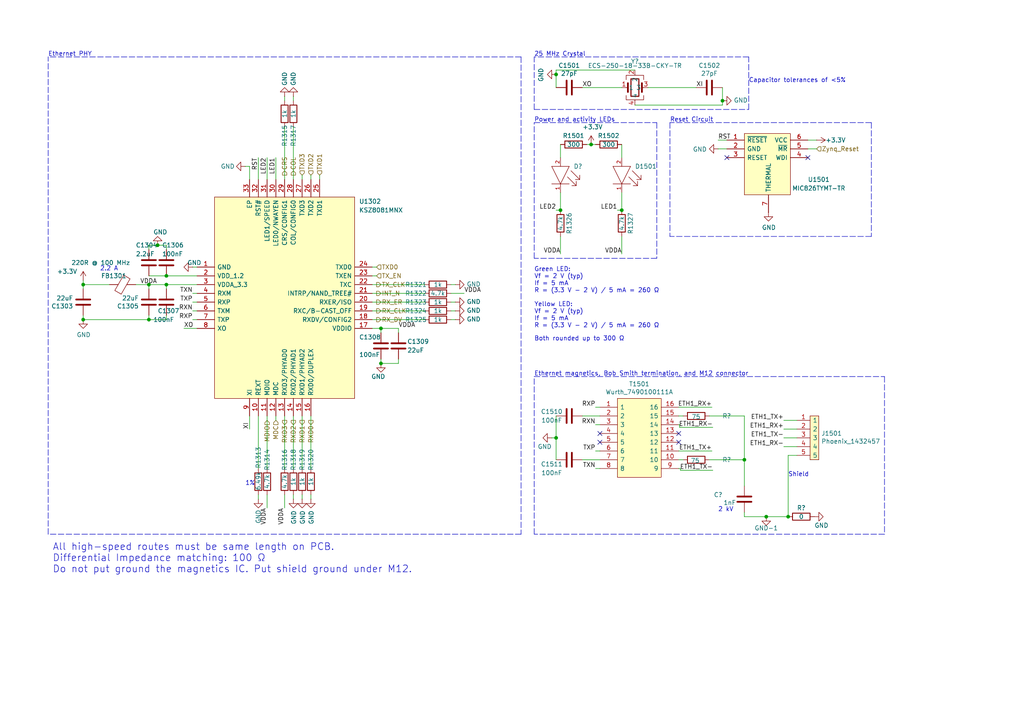
<source format=kicad_sch>
(kicad_sch (version 20231120) (generator "eeschema") (generator_version "8.0")
  (paper "A4")
  (title_block (title "Zynq-Based Master Controller") (date "2020-10-14") (rev "1.0") (company "JFH & SRM"))
  (lib_symbols
    (symbol "Device:C" (pin_numbers hide) (pin_names (offset 0.254))
      (property "Reference" "C" (at 0.635 2.54 0))
      (property "Value" "C" (at 0.635 -2.54 0))
      (symbol "C_0_1"
        (polyline (pts (xy -2.032 -0.762) (xy 2.032 -0.762)) (stroke (width 0.508)))
        (polyline (pts (xy -2.032 0.762) (xy 2.032 0.762)) (stroke (width 0.508)))
      )
      (symbol "C_1_1"
        (pin passive line (at 0 3.81 270) (length 2.794) (name "~") (number "1"))
        (pin passive line (at 0 -3.81 90) (length 2.794) (name "~") (number "2"))
      )
    )
    (symbol "Device:FerriteBead" (pin_numbers hide) (pin_names (offset 0))
      (property "Reference" "FB" (at -3.81 0.635 90))
      (property "Value" "FerriteBead" (at 3.81 0 90))
      (symbol "FerriteBead_0_1"
        (polyline (pts (xy 0 -1.27) (xy 0 -1.2192)))
        (polyline (pts (xy 0 1.27) (xy 0 1.2954)))
        (polyline (pts (xy -2.7686 0.4064) (xy -1.7018 2.2606) (xy 2.7686 -0.3048) (xy 1.6764 -2.159) (xy -2.7686 0.4064)))
      )
      (symbol "FerriteBead_1_1"
        (pin passive line (at 0 3.81 270) (length 2.54) (name "~") (number "1"))
        (pin passive line (at 0 -3.81 90) (length 2.54) (name "~") (number "2"))
      )
    )
    (symbol "Device:R" (pin_numbers hide) (pin_names (offset 0))
      (property "Reference" "R" (at 2.032 0 90))
      (property "Value" "R" (at 0 0 90))
      (symbol "R_0_1"
        (rectangle (start -1.016 -2.54) (end 1.016 2.54) (stroke (width 0.254)))
      )
      (symbol "R_1_1"
        (pin passive line (at 0 3.81 270) (length 1.27) (name "~") (number "1"))
        (pin passive line (at 0 -3.81 90) (length 1.27) (name "~") (number "2"))
      )
    )
    (symbol "Vikings_actives:ECS-250-18-33B-CKY-TR" (pin_names (offset 0.762))
      (property "Reference" "Y" (at 11.43 8.89 0))
      (property "Value" "ECS-250-18-33B-CKY-TR" (at 11.43 6.35 0))
      (symbol "ECS-250-18-33B-CKY-TR_1_1"
        (rectangle (start -1.143 2.54) (end 1.143 -2.54) (stroke (width 0.3048)))
        (polyline (pts (xy -2.54 0) (xy -2.032 0)))
        (polyline (pts (xy -2.032 -1.27) (xy -2.032 1.27)) (stroke (width 0.508)))
        (polyline (pts (xy 0 -3.81) (xy 0 -3.556)))
        (polyline (pts (xy 0 3.556) (xy 0 3.81)))
        (polyline (pts (xy 2.032 -1.27) (xy 2.032 1.27)) (stroke (width 0.508)))
        (polyline (pts (xy 2.032 0) (xy 2.54 0)))
        (polyline (pts (xy -2.54 -2.286) (xy -2.54 -3.556) (xy 2.54 -3.556) (xy 2.54 -2.286)))
        (polyline (pts (xy -2.54 2.286) (xy -2.54 3.556) (xy 2.54 3.556) (xy 2.54 2.286)))
        (pin passive line (at -3.81 0 0) (length 1.27) (name "1") (number "1"))
        (pin passive line (at 0 5.08 270) (length 1.27) (name "2") (number "2"))
        (pin passive line (at 3.81 0 180) (length 1.27) (name "3") (number "3"))
        (pin passive line (at 0 -5.08 90) (length 1.27) (name "4") (number "4"))
      )
    )
    (symbol "Vikings_actives:KSZ8081MNX" (pin_names (offset 0.762))
      (property "Reference" "IC" (at 46.99 25.4 0))
      (property "Value" "KSZ8081MNX" (at 46.99 22.86 0))
      (symbol "KSZ8081MNX_0_0"
        (pin passive line (at 0 0 0) (length 5.08) (name "GND") (number "1"))
        (pin passive line (at 17.78 -43.18 90) (length 5.08) (name "REXT") (number "10"))
        (pin passive line (at 20.32 -43.18 90) (length 5.08) (name "MDIO") (number "11"))
        (pin passive line (at 22.86 -43.18 90) (length 5.08) (name "MDC") (number "12"))
        (pin passive line (at 25.4 -43.18 90) (length 5.08) (name "RXD3/PHYAD0") (number "13"))
        (pin passive line (at 27.94 -43.18 90) (length 5.08) (name "RXD2/PHYAD1") (number "14"))
        (pin passive line (at 30.48 -43.18 90) (length 5.08) (name "RXD1/PHYAD2") (number "15"))
        (pin passive line (at 33.02 -43.18 90) (length 5.08) (name "RXD0/DUPLEX") (number "16"))
        (pin passive line (at 50.8 -17.78 180) (length 5.08) (name "VDDIO") (number "17"))
        (pin passive line (at 50.8 -15.24 180) (length 5.08) (name "RXDV/CONFIG2") (number "18"))
        (pin passive line (at 50.8 -12.7 180) (length 5.08) (name "RXC/B-CAST_OFF") (number "19"))
        (pin passive line (at 0 -2.54 0) (length 5.08) (name "VDD_1.2") (number "2"))
        (pin passive line (at 50.8 -10.16 180) (length 5.08) (name "RXER/ISO") (number "20"))
        (pin passive line (at 50.8 -7.62 180) (length 5.08) (name "INTRP/NAND_TREE#") (number "21"))
        (pin passive line (at 50.8 -5.08 180) (length 5.08) (name "TXC") (number "22"))
        (pin passive line (at 50.8 -2.54 180) (length 5.08) (name "TXEN") (number "23"))
        (pin passive line (at 50.8 0 180) (length 5.08) (name "TXD0") (number "24"))
        (pin passive line (at 35.56 25.4 270) (length 5.08) (name "TXD1") (number "25"))
        (pin passive line (at 33.02 25.4 270) (length 5.08) (name "TXD2") (number "26"))
        (pin passive line (at 30.48 25.4 270) (length 5.08) (name "TXD3") (number "27"))
        (pin passive line (at 27.94 25.4 270) (length 5.08) (name "COL/CONFIG0") (number "28"))
        (pin passive line (at 25.4 25.4 270) (length 5.08) (name "CRS/CONFIG1") (number "29"))
        (pin passive line (at 0 -5.08 0) (length 5.08) (name "VDDA_3.3") (number "3"))
        (pin passive line (at 22.86 25.4 270) (length 5.08) (name "LED0/NWAYEN") (number "30"))
        (pin passive line (at 20.32 25.4 270) (length 5.08) (name "LED1/SPEED") (number "31"))
        (pin passive line (at 17.78 25.4 270) (length 5.08) (name "RST#") (number "32"))
        (pin passive line (at 15.24 25.4 270) (length 5.08) (name "EP") (number "33"))
        (pin passive line (at 0 -7.62 0) (length 5.08) (name "RXM") (number "4"))
        (pin passive line (at 0 -10.16 0) (length 5.08) (name "RXP") (number "5"))
        (pin passive line (at 0 -12.7 0) (length 5.08) (name "TXM") (number "6"))
        (pin passive line (at 0 -15.24 0) (length 5.08) (name "TXP") (number "7"))
        (pin passive line (at 0 -17.78 0) (length 5.08) (name "XO") (number "8"))
        (pin passive line (at 15.24 -43.18 90) (length 5.08) (name "XI") (number "9"))
      )
      (symbol "KSZ8081MNX_0_1"
        (polyline (pts (xy 5.08 20.32) (xy 45.72 20.32) (xy 45.72 -38.1) (xy 5.08 -38.1) (xy 5.08 20.32)) (fill (type background)))
      )
    )
    (symbol "Vikings_actives:MIC826TYMT-TR" (pin_names (offset 0.762))
      (property "Reference" "U" (at 26.67 7.62 0))
      (property "Value" "MIC826TYMT-TR" (at 26.67 5.08 0))
      (symbol "MIC826TYMT-TR_0_0"
        (pin passive line (at 0 0 0) (length 5.08) (name "~{RESET}") (number "1"))
        (pin passive line (at 0 -2.54 0) (length 5.08) (name "GND") (number "2"))
        (pin passive line (at 0 -5.08 0) (length 5.08) (name "RESET") (number "3"))
        (pin passive line (at 23.495 -5.08 180) (length 5.08) (name "WDI") (number "4"))
        (pin passive line (at 23.495 -2.54 180) (length 5.08) (name "~{MR}") (number "5"))
        (pin passive line (at 23.495 0 180) (length 5.08) (name "VCC") (number "6"))
        (pin passive line (at 12.065 -20.955 90) (length 5.08) (name "THERMAL") (number "7"))
      )
      (symbol "MIC826TYMT-TR_0_1"
        (rectangle (start 5.08 1.905) (end 18.415 -15.875) (fill (type background)))
      )
    )
    (symbol "Vikings_connectors:Phoenix_1432457_M12_4pin_D_Female_Angled" (pin_names (offset 0.762))
      (property "Reference" "J" (at 16.51 7.62 0))
      (property "Value" "Phoenix_1432457_M12_4pin_D_Female_Angled" (at 16.51 5.08 0))
      (symbol "Phoenix_1432457_M12_4pin_D_Female_Angled_1_1"
        (rectangle (start 3.81 1.27) (end 6.35 -11.43) (fill (type background)))
        (pin passive line (at 0 0 0) (length 3.81) (name "1") (number "1"))
        (pin passive line (at 0 -2.54 0) (length 3.81) (name "2") (number "2"))
        (pin passive line (at 0 -5.08 0) (length 3.81) (name "3") (number "3"))
        (pin passive line (at 0 -7.62 0) (length 3.81) (name "4") (number "4"))
        (pin passive line (at 0 -10.16 0) (length 3.81) (name "5") (number "5"))
      )
    )
    (symbol "Vikings_misc:GND-1" (power) (pin_names (offset 0))
      (property "Value" "GND-1" (at 0 -3.81 0))
      (symbol "GND-1_0_1"
        (polyline (pts (xy 0 0) (xy 0 -1.27) (xy 1.27 -1.27) (xy 0 -2.54) (xy -1.27 -1.27) (xy 0 -1.27)))
      )
      (symbol "GND-1_1_1"
        (pin power_in line (at 0 0 270) (length 0) hide (name "GND-1") (number "1"))
      )
    )
    (symbol "Vikings_passives:150060VS75000" (pin_names (offset 1.016))
      (property "Reference" "D" (at 0 10.16 0))
      (property "Value" "150060VS75000" (at 0 12.7 0))
      (symbol "150060VS75000_1_1"
        (polyline (pts (xy -1.27 -2.54) (xy 3.81 0)))
        (polyline (pts (xy -1.27 2.54) (xy -1.27 -2.54)))
        (polyline (pts (xy -1.27 2.54) (xy 3.81 0)))
        (polyline (pts (xy 0 3.048) (xy 2.54 5.588)))
        (polyline (pts (xy 1.778 2.032) (xy 4.318 4.572)))
        (polyline (pts (xy 2.54 5.588) (xy 1.27 5.588)))
        (polyline (pts (xy 2.54 5.588) (xy 2.54 4.318)))
        (polyline (pts (xy 3.81 2.54) (xy 3.81 -2.54)))
        (polyline (pts (xy 4.318 4.572) (xy 3.048 4.572)))
        (polyline (pts (xy 4.318 4.572) (xy 4.318 3.302)))
        (pin passive line (at 6.35 0 180) (length 2.54) (name "CATHODE") (number "1"))
        (pin passive line (at -3.81 0 0) (length 2.54) (name "ANODE") (number "2"))
      )
    )
    (symbol "Vikings_passives:150060YS75000" (pin_names (offset 1.016))
      (property "Reference" "LED" (at 0 10.16 0))
      (property "Value" "150060YS75000" (at 0 12.7 0))
      (symbol "150060YS75000_1_1"
        (polyline (pts (xy 0 -2.54) (xy 5.08 0)))
        (polyline (pts (xy 0 2.54) (xy 0 -2.54)))
        (polyline (pts (xy 0 2.54) (xy 5.08 0)))
        (polyline (pts (xy 1.27 3.048) (xy 3.81 5.588)))
        (polyline (pts (xy 3.048 2.032) (xy 5.588 4.572)))
        (polyline (pts (xy 3.81 5.588) (xy 2.54 5.588)))
        (polyline (pts (xy 3.81 5.588) (xy 3.81 4.318)))
        (polyline (pts (xy 5.08 2.54) (xy 5.08 -2.54)))
        (polyline (pts (xy 5.588 4.572) (xy 4.318 4.572)))
        (polyline (pts (xy 5.588 4.572) (xy 5.588 3.302)))
        (pin passive line (at 7.62 0 180) (length 2.54) (name "CATHODE") (number "1"))
        (pin passive line (at -2.54 0 0) (length 2.54) (name "ANODE") (number "2"))
      )
    )
    (symbol "Vikings_passives:Wurth_7490100111A" (pin_names (offset 0.762))
      (property "Reference" "T" (at 19.05 7.62 0))
      (property "Value" "Wurth_7490100111A" (at 19.05 5.08 0))
      (symbol "Wurth_7490100111A_0_0"
        (pin passive line (at 0 0 0) (length 5.08) (name "1") (number "1"))
        (pin passive line (at 22.86 -15.24 180) (length 5.08) (name "10") (number "10"))
        (pin passive line (at 22.86 -12.7 180) (length 5.08) (name "11") (number "11"))
        (pin passive line (at 22.86 -10.16 180) (length 5.08) (name "12") (number "12"))
        (pin passive line (at 22.86 -7.62 180) (length 5.08) (name "13") (number "13"))
        (pin passive line (at 22.86 -5.08 180) (length 5.08) (name "14") (number "14"))
        (pin passive line (at 22.86 -2.54 180) (length 5.08) (name "15") (number "15"))
        (pin passive line (at 22.86 0 180) (length 5.08) (name "16") (number "16"))
        (pin passive line (at 0 -2.54 0) (length 5.08) (name "2") (number "2"))
        (pin passive line (at 0 -5.08 0) (length 5.08) (name "3") (number "3"))
        (pin passive line (at 0 -7.62 0) (length 5.08) (name "4") (number "4"))
        (pin passive line (at 0 -10.16 0) (length 5.08) (name "5") (number "5"))
        (pin passive line (at 0 -12.7 0) (length 5.08) (name "6") (number "6"))
        (pin passive line (at 0 -15.24 0) (length 5.08) (name "7") (number "7"))
        (pin passive line (at 0 -17.78 0) (length 5.08) (name "8") (number "8"))
        (pin passive line (at 22.86 -17.78 180) (length 5.08) (name "9") (number "9"))
      )
      (symbol "Wurth_7490100111A_0_1"
        (polyline (pts (xy 5.08 2.54) (xy 17.78 2.54) (xy 17.78 -20.32) (xy 5.08 -20.32) (xy 5.08 2.54)) (fill (type background)))
      )
    )
    (symbol "power:+3.3V" (power) (pin_numbers hide) (pin_names (offset 0) hide)
      (property "Value" "+3.3V" (at 0 3.556 0))
      (symbol "+3.3V_0_1"
        (polyline (pts (xy -0.762 1.27) (xy 0 2.54)))
        (polyline (pts (xy 0 0) (xy 0 2.54)))
        (polyline (pts (xy 0 2.54) (xy 0.762 1.27)))
      )
      (symbol "+3.3V_1_1"
        (pin power_in line (at 0 0 90) (length 0) (name "~") (number "1"))
      )
    )
    (symbol "power:GND" (power) (pin_numbers hide) (pin_names (offset 0) hide)
      (property "Value" "GND" (at 0 -3.81 0))
      (symbol "GND_0_1"
        (polyline (pts (xy 0 0) (xy 0 -1.27) (xy 1.27 -1.27) (xy 0 -2.54) (xy -1.27 -1.27) (xy 0 -1.27)))
      )
      (symbol "GND_1_1"
        (pin power_in line (at 0 0 270) (length 0) (name "~") (number "1"))
      )
    )
  )
  (junction (at 110.49 95.25))
  (junction (at 110.49 105.41))
  (junction (at 43.18 82.55))
  (junction (at 209.55 29.21))
  (junction (at 215.9 133.35))
  (junction (at 48.26 80.01))
  (junction (at 43.18 92.71))
  (junction (at 228.6 149.86))
  (junction (at 180.34 60.96))
  (junction (at 171.45 41.91))
  (junction (at 45.72 71.12))
  (junction (at 161.29 127))
  (junction (at 48.26 82.55))
  (junction (at 24.13 82.55))
  (junction (at 24.13 92.71))
  (junction (at 162.56 60.96))
  (junction (at 161.29 21.59))
  (junction (at 222.25 149.86))
  (no_connect (at 173.99 125.73))
  (no_connect (at 173.99 128.27))
  (no_connect (at 210.82 45.72))
  (no_connect (at 196.85 125.73))
  (no_connect (at 196.85 128.27))
  (no_connect (at 234.315 45.72))
  (polyline (pts (xy 252.73 68.58) (xy 194.31 68.58)) (stroke (width 0) (type dash)))
  (wire (pts (xy 110.49 104.14) (xy 110.49 105.41)))
  (polyline (pts (xy 256.54 154.94) (xy 154.94 154.94)) (stroke (width 0) (type dash)))
  (polyline (pts (xy 154.94 74.93) (xy 154.94 35.56)) (stroke (width 0) (type dash)))
  (polyline (pts (xy 194.31 35.56) (xy 194.31 68.58)) (stroke (width 0) (type dash)))
  (wire (pts (xy 110.49 95.25) (xy 107.95 95.25)))
  (wire (pts (xy 196.85 130.81) (xy 206.502 130.81)))
  (wire (pts (xy 31.75 82.55) (xy 24.13 82.55)))
  (wire (pts (xy 222.25 149.86) (xy 228.6 149.86)))
  (wire (pts (xy 171.45 41.91) (xy 172.72 41.91)))
  (polyline (pts (xy 190.5 74.93) (xy 154.94 74.93)) (stroke (width 0) (type dash)))
  (polyline (pts (xy 154.94 31.75) (xy 154.94 16.51)) (stroke (width 0) (type dash)))
  (wire (pts (xy 215.9 148.59) (xy 215.9 149.86)))
  (wire (pts (xy 228.6 132.08) (xy 228.6 149.86)))
  (wire (pts (xy 39.37 82.55) (xy 43.18 82.55)))
  (wire (pts (xy 231.14 124.46) (xy 227.33 124.46)))
  (wire (pts (xy 210.82 40.64) (xy 208.28 40.64)))
  (wire (pts (xy 168.91 25.4) (xy 180.34 25.4)))
  (wire (pts (xy 85.09 120.65) (xy 85.09 135.89)))
  (wire (pts (xy 209.55 25.4) (xy 209.55 29.21)))
  (wire (pts (xy 161.29 127) (xy 161.29 133.35)))
  (wire (pts (xy 110.49 95.25) (xy 115.57 95.25)))
  (wire (pts (xy 24.13 92.71) (xy 43.18 92.71)))
  (wire (pts (xy 77.47 120.65) (xy 77.47 135.89)))
  (polyline (pts (xy 154.94 35.56) (xy 190.5 35.56)) (stroke (width 0) (type dash)))
  (wire (pts (xy 162.56 73.66) (xy 162.56 68.58)))
  (wire (pts (xy 130.81 90.17) (xy 132.08 90.17)))
  (wire (pts (xy 85.09 144.78) (xy 85.09 143.51)))
  (polyline (pts (xy 154.94 109.22) (xy 256.54 109.22)) (stroke (width 0) (type dash)))
  (wire (pts (xy 180.34 45.72) (xy 180.34 41.91)))
  (wire (pts (xy 77.47 143.51) (xy 77.47 147.32)))
  (wire (pts (xy 161.29 127) (xy 160.02 127)))
  (wire (pts (xy 215.9 120.65) (xy 205.74 120.65)))
  (wire (pts (xy 172.72 130.81) (xy 173.99 130.81)))
  (wire (pts (xy 43.18 82.55) (xy 48.26 82.55)))
  (wire (pts (xy 197.104 123.952) (xy 197.104 123.19)))
  (polyline (pts (xy 13.97 154.94) (xy 13.97 16.51)) (stroke (width 0) (type dash)))
  (wire (pts (xy 85.09 27.94) (xy 85.09 29.21)))
  (wire (pts (xy 215.9 133.35) (xy 205.74 133.35)))
  (wire (pts (xy 74.93 45.72) (xy 74.93 52.07)))
  (wire (pts (xy 161.29 20.32) (xy 161.29 21.59)))
  (wire (pts (xy 206.756 136.398) (xy 197.358 136.398)))
  (wire (pts (xy 55.88 85.09) (xy 57.15 85.09)))
  (wire (pts (xy 215.9 140.97) (xy 215.9 133.35)))
  (wire (pts (xy 107.95 90.17) (xy 123.19 90.17)))
  (wire (pts (xy 162.56 41.91) (xy 162.56 45.72)))
  (wire (pts (xy 87.63 143.51) (xy 87.63 144.78)))
  (wire (pts (xy 90.17 144.78) (xy 90.17 143.51)))
  (wire (pts (xy 231.14 127) (xy 227.33 127)))
  (wire (pts (xy 48.26 91.44) (xy 48.26 92.71)))
  (polyline (pts (xy 252.73 35.56) (xy 194.31 35.56)) (stroke (width 0) (type dash)))
  (wire (pts (xy 74.93 120.65) (xy 74.93 135.89)))
  (wire (pts (xy 57.15 90.17) (xy 55.88 90.17)))
  (wire (pts (xy 173.99 135.89) (xy 172.72 135.89)))
  (wire (pts (xy 107.95 92.71) (xy 123.19 92.71)))
  (polyline (pts (xy 252.73 35.56) (xy 252.73 68.58)) (stroke (width 0) (type dash)))
  (wire (pts (xy 82.55 27.94) (xy 82.55 29.21)))
  (wire (pts (xy 132.08 87.63) (xy 130.81 87.63)))
  (wire (pts (xy 197.104 123.952) (xy 206.756 123.952)))
  (wire (pts (xy 48.26 82.55) (xy 48.26 83.82)))
  (wire (pts (xy 215.9 149.86) (xy 222.25 149.86)))
  (wire (pts (xy 43.18 71.12) (xy 45.72 71.12)))
  (wire (pts (xy 107.95 87.63) (xy 123.19 87.63)))
  (wire (pts (xy 180.34 55.88) (xy 180.34 60.96)))
  (wire (pts (xy 197.104 123.19) (xy 196.85 123.19)))
  (wire (pts (xy 234.315 40.64) (xy 236.855 40.64)))
  (wire (pts (xy 187.96 25.4) (xy 201.93 25.4)))
  (polyline (pts (xy 154.94 154.94) (xy 154.94 109.22)) (stroke (width 0) (type dash)))
  (wire (pts (xy 130.81 85.09) (xy 134.62 85.09)))
  (wire (pts (xy 210.82 43.18) (xy 208.28 43.18)))
  (wire (pts (xy 234.315 43.18) (xy 236.855 43.18)))
  (wire (pts (xy 115.57 105.41) (xy 110.49 105.41)))
  (wire (pts (xy 168.91 133.35) (xy 173.99 133.35)))
  (wire (pts (xy 109.22 80.01) (xy 107.95 80.01)))
  (wire (pts (xy 107.95 82.55) (xy 123.19 82.55)))
  (wire (pts (xy 110.49 96.52) (xy 110.49 95.25)))
  (wire (pts (xy 184.15 30.48) (xy 209.55 30.48)))
  (wire (pts (xy 43.18 92.71) (xy 48.26 92.71)))
  (wire (pts (xy 72.39 48.26) (xy 71.12 48.26)))
  (wire (pts (xy 90.17 50.8) (xy 90.17 52.07)))
  (polyline (pts (xy 190.5 35.56) (xy 190.5 74.93)) (stroke (width 0) (type dash)))
  (wire (pts (xy 85.09 36.83) (xy 85.09 52.07)))
  (wire (pts (xy 24.13 81.28) (xy 24.13 82.55)))
  (wire (pts (xy 80.01 45.72) (xy 80.01 52.07)))
  (polyline (pts (xy 217.17 31.75) (xy 217.17 16.51)) (stroke (width 0) (type dash)))
  (polyline (pts (xy 217.17 16.51) (xy 154.94 16.51)) (stroke (width 0) (type dash)))
  (wire (pts (xy 82.55 36.83) (xy 82.55 52.07)))
  (wire (pts (xy 162.56 55.88) (xy 162.56 60.96)))
  (wire (pts (xy 209.55 29.21) (xy 209.55 30.48)))
  (wire (pts (xy 48.26 71.12) (xy 48.26 72.39)))
  (wire (pts (xy 115.57 104.14) (xy 115.57 105.41)))
  (wire (pts (xy 24.13 91.44) (xy 24.13 92.71)))
  (wire (pts (xy 170.18 41.91) (xy 171.45 41.91)))
  (wire (pts (xy 87.63 50.8) (xy 87.63 52.07)))
  (wire (pts (xy 161.29 60.96) (xy 162.56 60.96)))
  (wire (pts (xy 231.14 129.54) (xy 227.33 129.54)))
  (polyline (pts (xy 256.54 109.22) (xy 256.54 154.94)) (stroke (width 0) (type dash)))
  (wire (pts (xy 132.08 92.71) (xy 130.81 92.71)))
  (wire (pts (xy 161.29 120.65) (xy 161.29 127)))
  (wire (pts (xy 173.99 123.19) (xy 172.72 123.19)))
  (wire (pts (xy 179.07 60.96) (xy 180.34 60.96)))
  (wire (pts (xy 55.88 92.71) (xy 57.15 92.71)))
  (wire (pts (xy 45.72 71.12) (xy 48.26 71.12)))
  (wire (pts (xy 231.14 132.08) (xy 228.6 132.08)))
  (polyline (pts (xy 151.13 154.94) (xy 13.97 154.94)) (stroke (width 0) (type dash)))
  (wire (pts (xy 180.34 73.66) (xy 180.34 68.58)))
  (wire (pts (xy 168.91 120.65) (xy 173.99 120.65)))
  (wire (pts (xy 77.47 52.07) (xy 77.47 45.72)))
  (polyline (pts (xy 154.94 31.75) (xy 217.17 31.75)) (stroke (width 0) (type dash)))
  (wire (pts (xy 57.15 77.47) (xy 55.88 77.47)))
  (wire (pts (xy 72.39 124.46) (xy 72.39 120.65)))
  (wire (pts (xy 57.15 95.25) (xy 53.34 95.25)))
  (polyline (pts (xy 151.13 16.51) (xy 151.13 154.94)) (stroke (width 0) (type dash)))
  (wire (pts (xy 196.85 120.65) (xy 198.12 120.65)))
  (wire (pts (xy 197.358 135.89) (xy 196.85 135.89)))
  (wire (pts (xy 43.18 82.55) (xy 43.18 83.82)))
  (wire (pts (xy 132.08 82.55) (xy 130.81 82.55)))
  (wire (pts (xy 74.93 144.78) (xy 74.93 143.51)))
  (wire (pts (xy 24.13 82.55) (xy 24.13 83.82)))
  (wire (pts (xy 92.71 52.07) (xy 92.71 50.8)))
  (wire (pts (xy 161.29 21.59) (xy 161.29 25.4)))
  (wire (pts (xy 43.18 91.44) (xy 43.18 92.71)))
  (polyline (pts (xy 151.13 16.51) (xy 13.97 16.51)) (stroke (width 0) (type dash)))
  (wire (pts (xy 115.57 96.52) (xy 115.57 95.25)))
  (wire (pts (xy 90.17 120.65) (xy 90.17 135.89)))
  (wire (pts (xy 107.95 77.47) (xy 109.22 77.47)))
  (wire (pts (xy 48.26 82.55) (xy 57.15 82.55)))
  (wire (pts (xy 87.63 120.65) (xy 87.63 135.89)))
  (wire (pts (xy 227.33 121.92) (xy 231.14 121.92)))
  (wire (pts (xy 80.01 120.65) (xy 80.01 121.92)))
  (wire (pts (xy 107.95 85.09) (xy 123.19 85.09)))
  (wire (pts (xy 55.88 87.63) (xy 57.15 87.63)))
  (wire (pts (xy 48.26 80.01) (xy 43.18 80.01)))
  (wire (pts (xy 82.55 120.65) (xy 82.55 135.89)))
  (wire (pts (xy 172.72 118.11) (xy 173.99 118.11)))
  (wire (pts (xy 184.15 20.32) (xy 161.29 20.32)))
  (wire (pts (xy 197.358 136.398) (xy 197.358 135.89)))
  (wire (pts (xy 82.55 143.51) (xy 82.55 147.32)))
  (wire (pts (xy 57.15 80.01) (xy 48.26 80.01)))
  (wire (pts (xy 196.85 118.11) (xy 206.502 118.11)))
  (wire (pts (xy 215.9 133.35) (xy 215.9 120.65)))
  (wire (pts (xy 43.18 72.39) (xy 43.18 71.12)))
  (wire (pts (xy 198.12 133.35) (xy 196.85 133.35)))
  (wire (pts (xy 72.39 48.26) (xy 72.39 52.07)))
  (text "2 kV" (at 208.28 148.59 0) (effects (font (size 1.27 1.27)) (justify left bottom)))
  (text "Both rounded up to 300 Ω" (at 154.94 99.06 0) (effects (font (size 1.27 1.27)) (justify left bottom)))
  (text "Shield" (at 228.6 138.43 0) (effects (font (size 1.27 1.27)) (justify left bottom)))
  (text "2.2 A" (at 34.29 78.74 0) (effects (font (size 1.27 1.27)) (justify right bottom)))
  (text "1%" (at 71.12 140.97 0) (effects (font (size 1.27 1.27)) (justify left bottom)))
  (text "Ethernet magnetics, Bob Smith termination, and M12 connector" (at 154.94 109.22 0) (effects (font (size 1.27 1.27)) (justify left bottom)))
  (text "Ethernet PHY" (at 13.97 16.51 0) (effects (font (size 1.27 1.27)) (justify left bottom)))
  (text "25 MHz Crystal" (at 154.94 16.51 0) (effects (font (size 1.27 1.27)) (justify left bottom)))
  (text "Green LED:\nVf = 2 V (typ)\nIf = 5 mA\nR = (3.3 V - 2 V) / 5 mA = 260 Ω" (at 154.94 85.09 0) (effects (font (size 1.27 1.27)) (justify left bottom)))
  (text "Reset Circuit" (at 194.31 35.56 0) (effects (font (size 1.27 1.27)) (justify left bottom)))
  (text "Yellow LED:\nVf = 2 V (typ)\nIf = 5 mA\nR = (3.3 V - 2 V) / 5 mA = 260 Ω" (at 154.94 95.25 0) (effects (font (size 1.27 1.27)) (justify left bottom)))
  (text "Power and activity LEDs" (at 154.94 35.56 0) (effects (font (size 1.27 1.27)) (justify left bottom)))
  (text "Capacitor tolerances of <5%" (at 217.17 24.13 0) (effects (font (size 1.27 1.27)) (justify left bottom)))
  (text "All high-speed routes must be same length on PCB.\nDifferential Impedance matching: 100 Ω\nDo not put ground the magnetics IC. Put shield ground under M12." (at 15.24 166.37 0) (effects (font (size 2.0066 2.0066)) (justify left bottom)))
  (label "XO" (at 53.34 95.25 0))
  (label "VDDA" (at 115.57 95.25 0))
  (label "VDDA" (at 134.62 85.09 0))
  (label "LED1" (at 179.07 60.96 180))
  (label "RST" (at 74.93 45.72 270))
  (label "ETH1_RX+" (at 227.33 124.46 180))
  (label "TXN" (at 172.72 135.89 180))
  (label "XI" (at 72.39 124.46 90))
  (label "LED2" (at 161.29 60.96 180))
  (label "VDDA" (at 40.64 82.55 0))
  (label "ETH1_RX+" (at 206.502 118.11 180))
  (label "ETH1_TX+" (at 227.33 121.92 180))
  (label "LED2" (at 77.47 45.72 270))
  (label "RXP" (at 55.88 92.71 180))
  (label "XI" (at 201.93 25.4 0))
  (label "VDDA" (at 162.56 73.66 180))
  (label "ETH1_TX-" (at 206.756 136.398 180))
  (label "RXN" (at 172.72 123.19 180))
  (label "RXP" (at 172.72 118.11 180))
  (label "TXN" (at 55.88 85.09 180))
  (label "ETH1_TX+" (at 206.502 130.81 180))
  (label "XO" (at 168.91 25.4 0))
  (label "RST" (at 208.28 40.64 0))
  (label "VDDA" (at 77.47 147.32 270))
  (label "TXP" (at 55.88 87.63 180))
  (label "ETH1_TX-" (at 227.33 127 180))
  (label "TXP" (at 172.72 130.81 180))
  (label "RXN" (at 55.88 90.17 180))
  (label "VDDA" (at 82.55 147.32 270))
  (label "ETH1_RX-" (at 206.756 123.952 180))
  (label "LED1" (at 80.01 45.72 270))
  (label "VDDA" (at 180.34 73.66 180))
  (label "ETH1_RX-" (at 227.33 129.54 180))
  (hierarchical_label "Zynq_Reset" (shape input) (at 236.855 43.18 0))
  (hierarchical_label "TXD1" (shape input) (at 92.71 50.8 90))
  (hierarchical_label "TXD3" (shape input) (at 87.63 50.8 90))
  (hierarchical_label "RXD0" (shape output) (at 90.17 121.92 270))
  (hierarchical_label "TX_CLK" (shape output) (at 109.22 82.55 0))
  (hierarchical_label "INT_N" (shape output) (at 109.22 85.09 0))
  (hierarchical_label "TXD0" (shape input) (at 109.22 77.47 0))
  (hierarchical_label "CRS" (shape output) (at 82.55 50.8 90))
  (hierarchical_label "RXD3" (shape output) (at 82.55 121.92 270))
  (hierarchical_label "MDIO" (shape input) (at 77.47 121.92 270))
  (hierarchical_label "RXD2" (shape output) (at 85.09 121.92 270))
  (hierarchical_label "RX_CLK" (shape output) (at 109.22 90.17 0))
  (hierarchical_label "TXD2" (shape input) (at 90.17 50.8 90))
  (hierarchical_label "COL" (shape output) (at 85.09 50.8 90))
  (hierarchical_label "RX_ER" (shape output) (at 109.22 87.63 0))
  (hierarchical_label "MDC" (shape input) (at 80.01 121.92 270))
  (hierarchical_label "RXD1" (shape output) (at 87.63 121.92 270))
  (hierarchical_label "TX_EN" (shape input) (at 109.22 80.01 0))
  (hierarchical_label "RX_DV" (shape output) (at 109.22 92.71 0))
  (symbol (lib_id "power:+3.3V") (at 24.13 81.28 0) (unit 1)
    (property "Reference" "#PWR0137" (effects (hide yes)))
    (property "Value" "+3.3V" (at 16.51 78.74 0) (effects (justify left)))
  )
  (symbol (lib_id "Device:C") (at 24.13 87.63 180) (unit 1)
    (property "Reference" "C1303" (at 21.209 88.7984 0) (effects (justify left)))
    (property "Value" "22uF" (at 21.209 86.487 0) (effects (justify left)))
    (property "Footprint" "Capacitor_SMD:C_1206_3216Metric" (effects (hide yes)))
  )
  (symbol (lib_id "Device:FerriteBead") (at 35.56 82.55 90) (unit 1)
    (property "Reference" "FB1301" (at 33.02 80.01 90))
    (property "Value" "220R @ 100 MHz" (at 29.21 76.2 90))
    (property "Footprint" "Inductor_SMD:L_0603_1608Metric" (effects (hide yes)))
    (property "Description" "Ferrite bead" (effects (hide yes)))
    (property "Name" "MPZ1608S221ATA00" (effects (hide yes)))
  )
  (symbol (lib_id "power:GND") (at 24.13 92.71 0) (unit 1)
    (property "Reference" "#PWR0143" (effects (hide yes)))
    (property "Value" "GND" (at 24.257 97.1042 0))
  )
  (symbol (lib_id "Device:R") (at 87.63 139.7 180) (unit 1)
    (property "Reference" "R1319" (at 87.63 133.35 90))
    (property "Value" "1k" (at 87.63 139.7 90))
    (property "Footprint" "Resistor_SMD:R_0603_1608Metric" (effects (hide yes)))
  )
  (symbol (lib_id "power:GND") (at 87.63 144.78 0) (unit 1)
    (property "Reference" "#PWR0139" (effects (hide yes)))
    (property "Value" "GND" (at 87.757 148.0312 90) (effects (justify right)))
  )
  (symbol (lib_id "Device:R") (at 85.09 139.7 180) (unit 1)
    (property "Reference" "R1318" (at 85.09 133.35 90))
    (property "Value" "1k" (at 85.09 139.7 90))
    (property "Footprint" "Resistor_SMD:R_0603_1608Metric" (effects (hide yes)))
  )
  (symbol (lib_id "power:GND") (at 85.09 144.78 0) (unit 1)
    (property "Reference" "#PWR0140" (effects (hide yes)))
    (property "Value" "GND" (at 85.217 148.0312 90) (effects (justify right)))
  )
  (symbol (lib_id "Device:R") (at 82.55 139.7 180) (unit 1)
    (property "Reference" "R1316" (at 82.55 133.35 90))
    (property "Value" "4.7k" (at 82.55 139.7 90))
    (property "Footprint" "Resistor_SMD:R_0603_1608Metric" (effects (hide yes)))
  )
  (symbol (lib_id "Device:R") (at 127 92.71 270) (unit 1)
    (property "Reference" "R1325" (at 120.65 92.71 90))
    (property "Value" "1k" (at 127 92.71 90))
    (property "Footprint" "Resistor_SMD:R_0603_1608Metric" (effects (hide yes)))
  )
  (symbol (lib_id "Vikings_actives:ECS-250-18-33B-CKY-TR") (at 184.15 25.4 0) (unit 1)
    (property "Reference" "Y?" (at 184.15 17.78 0))
    (property "Value" "ECS-250-18-33B-CKY-TR" (at 184.15 19.05 0))
    (property "Footprint" "Vikings_devices:ECS-250-18-33B-CKY" (effects (hide yes)))
    (property "Datasheet" "https://www.ecsxtal.com/store/pdf/ecx-32.pdf" (effects (hide yes)))
    (property "Description" "Crystals 25MHz SMD CRYSTAL" (effects (hide yes)))
    (property "Height" "1.4" (effects (hide yes)))
    (property "Manufacturer_Name" "ECS" (effects (hide yes)))
    (property "Manufacturer_Part_Number" "ECS-250-20-33-TR" (effects (hide yes)))
    (property "Arrow Part Number" "ECS-250-20-33-TR" (effects (hide yes)))
    (property "Arrow Price/Stock" "https://www.arrow.com/en/products/ecs-250-20-33-tr/ecs-international" (effects (hide yes)))
    (property "Mouser Part Number" "520-ECS-250-20-33" (effects (hide yes)))
    (property "Mouser Price/Stock" "https://www.mouser.com/Search/Refine.aspx?Keyword=520-ECS-250-20-33" (effects (hide yes)))
    (instances (project "" (path "" (reference "Y?") (unit 1)) (path "" (reference "Y1501") (unit 1))))
  )
  (symbol (lib_id "power:GND") (at 209.55 29.21 90) (unit 1)
    (property "Reference" "#PWR0164" (effects (hide yes)))
    (property "Value" "GND" (at 212.8012 29.083 90) (effects (justify right)))
  )
  (symbol (lib_id "Vikings_passives:150060YS75000") (at 180.34 48.26 270) (unit 1)
    (property "Reference" "D1501" (at 184.15 48.26 90) (effects (justify left)))
    (property "Value" "150060YS75000" (effects (hide yes)))
    (property "Footprint" "Vikings_devices:Wurth_150060YS75000" (effects (hide yes)))
    (property "Datasheet" "http://katalog.we-online.com/led/datasheet/150060SS75000.pdf" (effects (hide yes)))
    (property "Color" "Yellow" (effects (hide yes)))
    (property "Component Link 1 Description" "Manufacturer URL" (effects (hide yes)))
    (property "Component Link 1 URL" "http://www.we-online.com" (effects (hide yes)))
    (property "category" "UNK" (effects (hide yes)))
    (property "ciiva ids" "12518860" (effects (hide yes)))
    (property "library id" "c86f0b01d77e687a" (effects (hide yes)))
    (property "manufacturer" "Wuerth Elektronik" (effects (hide yes)))
    (property "package" "0603_A" (effects (hide yes)))
    (property "release date" "1421305860" (effects (hide yes)))
    (property "vault revision" "5144AC10-0A10-433C-B4D0-D5D668B210EE" (effects (hide yes)))
    (property "imported" "yes" (effects (hide yes)))
  )
  (symbol (lib_id "Device:C") (at 205.74 25.4 90) (unit 1)
    (property "Reference" "C1502" (at 205.74 18.9992 90))
    (property "Value" "27pF" (at 205.74 21.3106 90))
    (property "Footprint" "Capacitor_SMD:C_0603_1608Metric" (effects (hide yes)))
  )
  (symbol (lib_id "Device:C") (at 165.1 25.4 270) (unit 1)
    (property "Reference" "C1501" (at 165.1 18.9992 90))
    (property "Value" "27pF" (at 165.1 21.3106 90))
    (property "Footprint" "Capacitor_SMD:C_0603_1608Metric" (effects (hide yes)))
  )
  (symbol (lib_id "power:GND") (at 161.29 21.59 270) (unit 1)
    (property "Reference" "#PWR0154" (effects (hide yes)))
    (property "Value" "GND" (at 156.8958 21.717 0))
  )
  (symbol (lib_id "Vikings_actives:MIC826TYMT-TR") (at 210.82 40.64 0) (unit 1)
    (property "Reference" "U1501" (at 237.49 52.07 0))
    (property "Value" "MIC826TYMT-TR" (at 237.49 54.61 0))
    (property "Footprint" "Vikings_devices:MIC826TYMT-TR" (effects (hide yes)))
    (property "Datasheet" "http://www.microchip.com/wwwproducts/en/MIC826" (effects (hide yes)))
    (property "Description" "Supervisory Circuits .5% Single Voltage Supervisor" (effects (hide yes)))
    (property "Height" "0.6" (effects (hide yes)))
    (property "Manufacturer_Name" "Microchip" (effects (hide yes)))
    (property "Manufacturer_Part_Number" "MIC826TYMT-TR" (effects (hide yes)))
    (property "Arrow Part Number" "MIC826TYMT-TR" (effects (hide yes)))
    (property "Arrow Price/Stock" "https://www.arrow.com/en/products/mic826tymt-tr/microchip-technology" (effects (hide yes)))
    (property "Mouser Part Number" "998-MIC826TYMTTR" (effects (hide yes)))
    (property "Mouser Price/Stock" "https://www.mouser.co.uk/ProductDetail/Microchip-Technology-Micrel/MIC826TYMT-TR?qs=Y3Q3JoKAO1SXo3ASLVuS1w%3D%3D" (effects (hide yes)))
  )
  (symbol (lib_id "power:+3.3V") (at 171.45 41.91 0) (unit 1)
    (property "Reference" "#PWR?" (effects (hide yes)))
    (property "Value" "+3.3V" (at 168.91 36.83 0) (effects (justify left)))
    (instances (project "" (path "" (reference "#PWR?") (unit 1)) (path "" (reference "#PWR0165") (unit 1))))
  )
  (symbol (lib_id "Vikings_passives:150060VS75000") (at 162.56 49.53 270) (unit 1)
    (property "Reference" "D?" (at 166.37 48.26 90) (effects (justify left)))
    (property "Value" "150060VS75000" (effects (hide yes)))
    (property "Footprint" "Vikings_devices:Wurth_150060VS75000" (effects (hide yes)))
    (property "Datasheet" "https://www.we-online.com/catalog/datasheet/150060VS75000.pdf" (effects (hide yes)))
    (property "automotive" "No" (effects (hide yes)))
    (property "category" "Diode" (effects (hide yes)))
    (property "colour" "Green" (effects (hide yes)))
    (property "device class L1" "Optoelectronics" (effects (hide yes)))
    (property "device class L2" "LEDs" (effects (hide yes)))
    (property "device class L3" "unset" (effects (hide yes)))
    (property "digikey description" "LED GREEN CLEAR 0603 SMD" (effects (hide yes)))
    (property "digikey part number" "732-4980-1-ND" (effects (hide yes)))
    (property "forward current" "20mA" (effects (hide yes)))
    (property "forward voltage" "2V" (effects (hide yes)))
    (property "height" "0.8mm" (effects (hide yes)))
    (property "lead free" "Yes" (effects (hide yes)))
    (property "led orientation" "Top View" (effects (hide yes)))
    (property "library id" "31412359902cf5d2" (effects (hide yes)))
    (property "luminous intensity" "40mcd" (effects (hide yes)))
    (property "manufacturer" "Wurth" (effects (hide yes)))
    (property "max junction temp" "+95°C" (effects (hide yes)))
    (property "mouser description" "LED, Green, 570 nm, 2 V, 30 mA, 40 mcd" (effects (hide yes)))
    (property "mouser part number" "710-150060VS75000" (effects (hide yes)))
    (property "package" "0603" (effects (hide yes)))
    (property "peak emmision wavelength" "572nm" (effects (hide yes)))
    (property "power dissipation" "72mW" (effects (hide yes)))
    (property "reverse voltage" "5V" (effects (hide yes)))
    (property "rohs" "Yes" (effects (hide yes)))
    (property "temperature range high" "+85°C" (effects (hide yes)))
    (property "temperature range low" "-40°C" (effects (hide yes)))
    (property "viewing angle" "140°" (effects (hide yes)))
    (property "wavelength" "570nm" (effects (hide yes)))
    (instances (project "" (path "" (reference "D?") (unit 1)) (path "" (reference "D1502") (unit 1))))
  )
  (symbol (lib_id "power:GND") (at 132.08 92.71 90) (unit 1)
    (property "Reference" "#PWR0155" (effects (hide yes)))
    (property "Value" "GND" (at 135.3312 92.583 90) (effects (justify right)))
  )
  (symbol (lib_id "Device:R") (at 166.37 41.91 270) (unit 1)
    (property "Reference" "R1501" (at 166.37 39.37 90))
    (property "Value" "300" (at 166.37 41.91 90))
    (property "Footprint" "Resistor_SMD:R_0603_1608Metric" (effects (hide yes)))
  )
  (symbol (lib_id "Device:R") (at 176.53 41.91 270) (unit 1)
    (property "Reference" "R1502" (at 176.53 39.37 90))
    (property "Value" "300" (at 176.53 41.91 90))
    (property "Footprint" "Resistor_SMD:R_0603_1608Metric" (effects (hide yes)))
  )
  (symbol (lib_id "power:GND") (at 208.28 43.18 270) (unit 1)
    (property "Reference" "#PWR0440" (effects (hide yes)))
    (property "Value" "GND" (at 205.0288 43.307 90) (effects (justify right)))
  )
  (symbol (lib_id "power:GND") (at 222.885 61.595 0) (unit 1)
    (property "Reference" "#PWR0441" (effects (hide yes)))
    (property "Value" "GND" (at 223.012 65.9892 0))
  )
  (symbol (lib_id "power:+3.3V") (at 236.855 40.64 270) (unit 1)
    (property "Reference" "#PWR0156" (effects (hide yes)))
    (property "Value" "+3.3V" (at 239.395 40.64 90) (effects (justify left)))
  )
  (symbol (lib_id "Device:C") (at 165.1 120.65 270) (unit 1)
    (property "Reference" "C1510" (at 160.02 119.38 90))
    (property "Value" "100nF" (at 160.02 121.92 90))
    (property "Footprint" "Capacitor_SMD:C_0603_1608Metric" (effects (hide yes)))
  )
  (symbol (lib_id "Device:C") (at 165.1 133.35 270) (unit 1)
    (property "Reference" "C1511" (at 160.02 134.62 90))
    (property "Value" "100nF" (at 160.02 137.16 90))
    (property "Footprint" "Capacitor_SMD:C_0603_1608Metric" (effects (hide yes)))
  )
  (symbol (lib_id "Vikings_actives:KSZ8081MNX") (at 57.15 77.47 0) (unit 1)
    (property "Reference" "U1302" (at 104.14 58.42 0) (effects (justify left)))
    (property "Value" "KSZ8081MNX" (at 104.14 60.96 0) (effects (justify left)))
    (property "Footprint" "Vikings_devices:KSZ8081MNX" (effects (hide yes)))
    (property "Datasheet" "https://componentsearchengine.com/Datasheets/1/KSZ8081MNXIA-TR.pdf" (effects (hide yes)))
    (property "Description" "Ethernet ICs 10/100 BASE-TX Physical Layer Transceiver" (effects (hide yes)))
    (property "Height" "1" (effects (hide yes)))
    (property "Manufacturer_Name" "Microchip" (effects (hide yes)))
    (property "Manufacturer_Part_Number" "KSZ8081MNXIA-TR" (effects (hide yes)))
    (property "Mouser Part Number" "998-KSZ8081MNXIATR" (effects (hide yes)))
    (property "Mouser Price/Stock" "https://www.mouser.co.uk/ProductDetail/Microchip-Technology-Micrel/KSZ8081MNXIA-TR?qs=U6T8BxXiZAXjO9k0zOJ%2FFg%3D%3D" (effects (hide yes)))
  )
  (symbol (lib_id "power:GND") (at 71.12 48.26 270) (unit 1)
    (property "Reference" "#PWR01303" (effects (hide yes)))
    (property "Value" "GND" (at 66.04 48.26 90))
  )
  (symbol (lib_id "power:GND") (at 55.88 77.47 270) (unit 1)
    (property "Reference" "#PWR01302" (effects (hide yes)))
    (property "Value" "GND" (at 58.42 76.2 90) (effects (justify right)))
  )
  (symbol (lib_id "power:GND") (at 160.02 127 270) (unit 1)
    (property "Reference" "#PWR0168" (effects (hide yes)))
    (property "Value" "GND" (at 160.02 129.54 90) (effects (justify right)))
  )
  (symbol (lib_id "Device:C") (at 43.18 87.63 180) (unit 1)
    (property "Reference" "C1305" (at 40.259 88.7984 0) (effects (justify left)))
    (property "Value" "22uF" (at 40.259 86.487 0) (effects (justify left)))
    (property "Footprint" "Capacitor_SMD:C_1206_3216Metric" (effects (hide yes)))
  )
  (symbol (lib_id "Device:C") (at 48.26 87.63 0) (unit 1)
    (property "Reference" "C1307" (at 45.72 90.17 0) (effects (justify left)))
    (property "Value" "100nF" (at 44.45 92.71 0) (effects (justify left)))
    (property "Footprint" "Capacitor_SMD:C_0603_1608Metric" (effects (hide yes)))
  )
  (symbol (lib_id "Vikings_misc:GND-1") (at 222.25 149.86 0) (unit 1)
    (property "Reference" "#PWR0442" (effects (hide yes)))
    (property "Value" "GND-1" (at 222.25 153.162 0))
  )
  (symbol (lib_id "Device:R") (at 162.56 64.77 180) (unit 1)
    (property "Reference" "R1326" (at 165.1 64.77 90))
    (property "Value" "4.7k" (at 162.56 64.77 90))
    (property "Footprint" "Resistor_SMD:R_0603_1608Metric" (effects (hide yes)))
  )
  (symbol (lib_id "Device:R") (at 90.17 139.7 180) (unit 1)
    (property "Reference" "R1320" (at 90.17 133.35 90))
    (property "Value" "1k" (at 90.17 139.7 90))
    (property "Footprint" "Resistor_SMD:R_0603_1608Metric" (effects (hide yes)))
  )
  (symbol (lib_id "power:GND") (at 90.17 144.78 0) (unit 1)
    (property "Reference" "#PWR0166" (effects (hide yes)))
    (property "Value" "GND" (at 90.297 148.0312 90) (effects (justify right)))
  )
  (symbol (lib_id "Device:C") (at 48.26 76.2 0) (unit 1)
    (property "Reference" "C1306" (at 46.99 71.12 0) (effects (justify left)))
    (property "Value" "100nF" (at 46.99 73.66 0) (effects (justify left)))
    (property "Footprint" "Capacitor_SMD:C_0603_1608Metric" (effects (hide yes)))
  )
  (symbol (lib_id "Device:C") (at 43.18 76.2 0) (unit 1)
    (property "Reference" "C1304" (at 39.37 71.12 0) (effects (justify left)))
    (property "Value" "2.2uF" (at 39.37 73.66 0) (effects (justify left)))
    (property "Footprint" "Capacitor_SMD:C_0603_1608Metric" (effects (hide yes)))
  )
  (symbol (lib_id "power:GND") (at 45.72 71.12 180) (unit 1)
    (property "Reference" "#PWR01301" (effects (hide yes)))
    (property "Value" "GND" (at 44.45 67.31 0) (effects (justify right)))
  )
  (symbol (lib_id "Device:R") (at 201.93 120.65 90) (unit 1)
    (property "Reference" "R?" (at 212.09 120.65 90) (effects (justify left)))
    (property "Value" "75" (at 203.2 120.904 90) (effects (justify left)))
    (property "Footprint" "Resistor_SMD:R_0603_1608Metric" (effects (hide yes)))
    (instances (project "" (path "" (reference "R?") (unit 1)) (path "" (reference "R1509") (unit 1))))
  )
  (symbol (lib_id "Device:R") (at 74.93 139.7 0) (unit 1)
    (property "Reference" "R1313" (at 74.93 135.89 90) (effects (justify left)))
    (property "Value" "6.49k" (at 74.93 142.24 90) (effects (justify left)))
    (property "Footprint" "Resistor_SMD:R_0603_1608Metric" (effects (hide yes)))
  )
  (symbol (lib_id "Device:R") (at 201.93 133.35 90) (unit 1)
    (property "Reference" "R?" (at 212.09 133.35 90) (effects (justify left)))
    (property "Value" "75" (at 202.946 133.604 90) (effects (justify left)))
    (property "Footprint" "Resistor_SMD:R_0603_1608Metric" (effects (hide yes)))
    (instances (project "" (path "" (reference "R?") (unit 1)) (path "" (reference "R1510") (unit 1))))
  )
  (symbol (lib_id "power:GND") (at 74.93 144.78 0) (unit 1)
    (property "Reference" "#PWR01304" (effects (hide yes)))
    (property "Value" "GND" (at 74.93 149.86 90))
  )
  (symbol (lib_id "Device:C") (at 215.9 144.78 0) (unit 1)
    (property "Reference" "C?" (at 207.01 143.51 0) (effects (justify left)))
    (property "Value" "1nF" (at 209.804 145.796 0) (effects (justify left)))
    (property "Footprint" "Capacitor_SMD:C_1206_3216Metric" (effects (hide yes)))
    (property "Description" "1nF, 2000V" (effects (hide yes)))
    (instances (project "" (path "" (reference "C?") (unit 1)) (path "" (reference "C1519") (unit 1))))
  )
  (symbol (lib_id "Vikings_passives:Wurth_7490100111A") (at 173.99 118.11 0) (unit 1)
    (property "Reference" "T1501" (at 185.42 111.379 0))
    (property "Value" "Wurth_7490100111A" (at 185.42 113.6904 0))
    (property "Footprint" "Vikings_devices:Wurth_7490100111A" (effects (hide yes)))
    (property "Datasheet" "https://katalog.we-online.de/pbs/datasheet/7490100111A.pdf" (effects (hide yes)))
    (property "Description" "10/100 Base-T SMD Transformer 1 Port" (effects (hide yes)))
    (property "Height" "6" (effects (hide yes)))
    (property "Manufacturer_Name" "Wurth Elektronik" (effects (hide yes)))
    (property "Manufacturer_Part_Number" "7490100111A" (effects (hide yes)))
    (property "Mouser Part Number" "710-7490100111A" (effects (hide yes)))
    (property "Mouser Price/Stock" "https://www.mouser.co.uk/ProductDetail/Wurth-Elektronik/7490100111A?qs=2sV1BwmkawSRtdC7bu%2Fbww%3D%3D" (effects (hide yes)))
  )
  (symbol (lib_id "Device:R") (at 232.41 149.86 270) (unit 1)
    (property "Reference" "R?" (at 232.41 147.32 90))
    (property "Value" "0" (at 232.41 149.86 90))
    (property "Footprint" "Resistor_SMD:R_1210_3225Metric" (effects (hide yes)))
    (instances (project "" (path "" (reference "R?") (unit 1)) (path "" (reference "R?") (unit 1)) (path "" (reference "R1518") (unit 1))))
  )
  (symbol (lib_id "power:GND") (at 236.22 149.86 90) (unit 1)
    (property "Reference" "#PWR0169" (effects (hide yes)))
    (property "Value" "GND" (at 236.22 152.4 90) (effects (justify right)))
  )
  (symbol (lib_id "Vikings_connectors:Phoenix_1432457_M12_4pin_D_Female_Angled") (at 231.14 121.92 0) (unit 1)
    (property "Reference" "J1501" (at 238.2012 125.7046 0) (effects (justify left)))
    (property "Value" "Phoenix_1432457" (at 238.2012 128.016 0) (effects (justify left)))
    (property "Footprint" "Vikings_connectors:Phoenix_1432457_M12_4pin_D_Female_Angled" (effects (hide yes)))
    (property "Datasheet" "https://www.phoenixcontact.com/pxc-oc-itemdetail-pdf-web/eshop?lineItemType=LineItem&UID=1432457" (effects (hide yes)))
    (property "Description" "Connector 1432457" (effects (hide yes)))
    (property "Height" "15.9" (effects (hide yes)))
    (property "Manufacturer_Name" "Phoenix Contact" (effects (hide yes)))
    (property "Manufacturer_Part_Number" "1432457" (effects (hide yes)))
    (property "Arrow Part Number" "1432457" (effects (hide yes)))
    (property "Arrow Price/Stock" "https://www.arrow.com/en/products/1432457/phoenix-contact" (effects (hide yes)))
    (property "Mouser Part Number" "651-1432457" (effects (hide yes)))
    (property "Mouser Price/Stock" "https://www.mouser.com/Search/Refine.aspx?Keyword=651-1432457" (effects (hide yes)))
  )
  (symbol (lib_id "Device:R") (at 77.47 139.7 180) (unit 1)
    (property "Reference" "R1314" (at 77.47 133.35 90))
    (property "Value" "4.7k" (at 77.47 139.7 90))
    (property "Footprint" "Resistor_SMD:R_0603_1608Metric" (effects (hide yes)))
  )
  (symbol (lib_id "Device:R") (at 85.09 33.02 0) (unit 1)
    (property "Reference" "R1317" (at 85.09 39.37 90))
    (property "Value" "1k" (at 85.09 33.02 90))
    (property "Footprint" "Resistor_SMD:R_0603_1608Metric" (effects (hide yes)))
  )
  (symbol (lib_id "Device:R") (at 82.55 33.02 0) (unit 1)
    (property "Reference" "R1315" (at 82.55 39.37 90))
    (property "Value" "1k" (at 82.55 33.02 90))
    (property "Footprint" "Resistor_SMD:R_0603_1608Metric" (effects (hide yes)))
  )
  (symbol (lib_id "power:GND") (at 82.55 27.94 180) (unit 1)
    (property "Reference" "#PWR01305" (effects (hide yes)))
    (property "Value" "GND" (at 82.55 22.86 90))
  )
  (symbol (lib_id "power:GND") (at 85.09 27.94 180) (unit 1)
    (property "Reference" "#PWR01306" (effects (hide yes)))
    (property "Value" "GND" (at 85.09 22.86 90))
  )
  (symbol (lib_id "Device:R") (at 180.34 64.77 180) (unit 1)
    (property "Reference" "R1327" (at 182.88 64.77 90))
    (property "Value" "4.7k" (at 180.34 64.77 90))
    (property "Footprint" "Resistor_SMD:R_0603_1608Metric" (effects (hide yes)))
  )
  (symbol (lib_id "Device:R") (at 127 85.09 270) (unit 1)
    (property "Reference" "R1322" (at 120.65 85.09 90))
    (property "Value" "4.7k" (at 127 85.09 90))
    (property "Footprint" "Resistor_SMD:R_0603_1608Metric" (effects (hide yes)))
  )
  (symbol (lib_id "Device:C") (at 110.49 100.33 0) (unit 1)
    (property "Reference" "C1308" (at 104.14 97.79 0) (effects (justify left)))
    (property "Value" "100nF" (at 104.14 102.87 0) (effects (justify left)))
    (property "Footprint" "Capacitor_SMD:C_0603_1608Metric" (effects (hide yes)))
  )
  (symbol (lib_id "power:GND") (at 110.49 105.41 0) (unit 1)
    (property "Reference" "#PWR01307" (effects (hide yes)))
    (property "Value" "GND" (at 111.76 109.22 0) (effects (justify right)))
  )
  (symbol (lib_id "Device:R") (at 127 82.55 270) (unit 1)
    (property "Reference" "R1321" (at 120.65 82.55 90))
    (property "Value" "1k" (at 127 82.55 90))
    (property "Footprint" "Resistor_SMD:R_0603_1608Metric" (effects (hide yes)))
  )
  (symbol (lib_id "power:GND") (at 132.08 82.55 90) (unit 1)
    (property "Reference" "#PWR01308" (effects (hide yes)))
    (property "Value" "GND" (at 135.3312 82.423 90) (effects (justify right)))
  )
  (symbol (lib_id "Device:R") (at 127 90.17 270) (unit 1)
    (property "Reference" "R1324" (at 120.65 90.17 90))
    (property "Value" "1k" (at 127 90.17 90))
    (property "Footprint" "Resistor_SMD:R_0603_1608Metric" (effects (hide yes)))
  )
  (symbol (lib_id "power:GND") (at 132.08 90.17 90) (unit 1)
    (property "Reference" "#PWR0158" (effects (hide yes)))
    (property "Value" "GND" (at 135.3312 90.043 90) (effects (justify right)))
  )
  (symbol (lib_id "Device:R") (at 127 87.63 270) (unit 1)
    (property "Reference" "R1323" (at 120.65 87.63 90))
    (property "Value" "1k" (at 127 87.63 90))
    (property "Footprint" "Resistor_SMD:R_0603_1608Metric" (effects (hide yes)))
  )
  (symbol (lib_id "power:GND") (at 132.08 87.63 90) (unit 1)
    (property "Reference" "#PWR01309" (effects (hide yes)))
    (property "Value" "GND" (at 135.3312 87.503 90) (effects (justify right)))
  )
  (symbol (lib_id "Device:C") (at 115.57 100.33 0) (unit 1)
    (property "Reference" "C1309" (at 118.11 99.06 0) (effects (justify left)))
    (property "Value" "22uF" (at 118.11 101.6 0) (effects (justify left)))
    (property "Footprint" "Capacitor_SMD:C_0603_1608Metric" (effects (hide yes)))
  )
)
</source>
